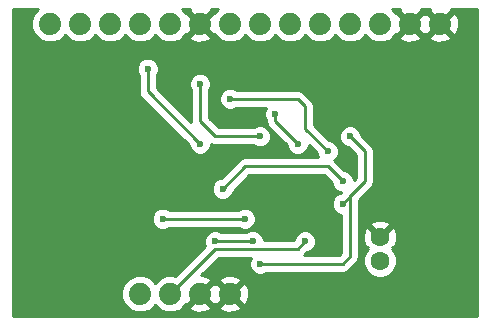
<source format=gbl>
G04 #@! TF.FileFunction,Copper,L2,Bot,Signal*
%FSLAX46Y46*%
G04 Gerber Fmt 4.6, Leading zero omitted, Abs format (unit mm)*
G04 Created by KiCad (PCBNEW 4.0.6) date Monday, December 04, 2017 'PMt' 08:22:42 PM*
%MOMM*%
%LPD*%
G01*
G04 APERTURE LIST*
%ADD10C,0.100000*%
%ADD11C,1.597660*%
%ADD12C,1.879600*%
%ADD13C,0.600000*%
%ADD14C,0.250000*%
%ADD15C,0.254000*%
G04 APERTURE END LIST*
D10*
D11*
X177800000Y-129176780D03*
X177800000Y-131173220D03*
D12*
X165100000Y-111125000D03*
X167640000Y-111125000D03*
X170180000Y-111125000D03*
X172720000Y-111125000D03*
X175260000Y-111125000D03*
X177800000Y-111125000D03*
X180340000Y-111125000D03*
X182880000Y-111125000D03*
X149860000Y-111125000D03*
X152400000Y-111125000D03*
X154940000Y-111125000D03*
X157480000Y-111125000D03*
X160020000Y-111125000D03*
X162560000Y-111125000D03*
X157480000Y-133985000D03*
X160020000Y-133985000D03*
X162560000Y-133985000D03*
X165100000Y-133985000D03*
D13*
X165100000Y-117475000D03*
X173355000Y-121920000D03*
X152400000Y-125730000D03*
X172720000Y-129540000D03*
X170040000Y-126505000D03*
X170040000Y-124955000D03*
X171590000Y-124955000D03*
X171590000Y-126505000D03*
X178435000Y-116840000D03*
X173355000Y-116840000D03*
X167640000Y-116205000D03*
X168910000Y-118745000D03*
X170815000Y-121285000D03*
X164465000Y-125095000D03*
X174625000Y-124460000D03*
X159385000Y-127635000D03*
X166370000Y-127635000D03*
X167640000Y-131445000D03*
X175260000Y-120650000D03*
X174625000Y-126365000D03*
X163830000Y-129540000D03*
X167005000Y-129540000D03*
X171450000Y-129540000D03*
X158115000Y-114935000D03*
X162560000Y-121285000D03*
X162560000Y-116205000D03*
X167640000Y-120650000D03*
D14*
X170815000Y-117475000D02*
X165100000Y-117475000D01*
X171450000Y-118110000D02*
X170815000Y-117475000D01*
X171450000Y-120015000D02*
X171450000Y-118110000D01*
X173355000Y-121920000D02*
X171450000Y-120015000D01*
X170040000Y-126505000D02*
X170180000Y-126365000D01*
X170040000Y-124955000D02*
X170180000Y-125095000D01*
X171590000Y-124955000D02*
X171450000Y-125095000D01*
X171590000Y-126505000D02*
X171450000Y-126365000D01*
X167640000Y-116205000D02*
X168275000Y-116205000D01*
X168910000Y-119380000D02*
X168910000Y-118745000D01*
X170815000Y-121285000D02*
X168910000Y-119380000D01*
X166370000Y-123190000D02*
X164465000Y-125095000D01*
X173355000Y-123190000D02*
X166370000Y-123190000D01*
X174625000Y-124460000D02*
X173355000Y-123190000D01*
X166370000Y-127635000D02*
X159385000Y-127635000D01*
X175260000Y-130810000D02*
X175260000Y-125730000D01*
X174625000Y-131445000D02*
X175260000Y-130810000D01*
X167640000Y-131445000D02*
X174625000Y-131445000D01*
X176530000Y-124460000D02*
X175260000Y-125730000D01*
X176530000Y-121920000D02*
X176530000Y-124460000D01*
X175260000Y-120650000D02*
X176530000Y-121920000D01*
X175260000Y-125730000D02*
X174625000Y-126365000D01*
X163830000Y-129540000D02*
X167005000Y-129540000D01*
X163830000Y-130175000D02*
X160020000Y-133985000D01*
X170815000Y-130175000D02*
X163830000Y-130175000D01*
X171450000Y-129540000D02*
X170815000Y-130175000D01*
X158115000Y-116840000D02*
X158115000Y-114935000D01*
X162560000Y-121285000D02*
X158115000Y-116840000D01*
X162560000Y-119380000D02*
X162560000Y-116205000D01*
X163830000Y-120650000D02*
X162560000Y-119380000D01*
X167640000Y-120650000D02*
X163830000Y-120650000D01*
D15*
G36*
X148525728Y-110231783D02*
X148285474Y-110810379D01*
X148284927Y-111436873D01*
X148524171Y-112015887D01*
X148966783Y-112459272D01*
X149545379Y-112699526D01*
X150171873Y-112700073D01*
X150750887Y-112460829D01*
X151130273Y-112082104D01*
X151506783Y-112459272D01*
X152085379Y-112699526D01*
X152711873Y-112700073D01*
X153290887Y-112460829D01*
X153670273Y-112082104D01*
X154046783Y-112459272D01*
X154625379Y-112699526D01*
X155251873Y-112700073D01*
X155830887Y-112460829D01*
X156210273Y-112082104D01*
X156586783Y-112459272D01*
X157165379Y-112699526D01*
X157791873Y-112700073D01*
X158370887Y-112460829D01*
X158750273Y-112082104D01*
X159126783Y-112459272D01*
X159705379Y-112699526D01*
X160331873Y-112700073D01*
X160910887Y-112460829D01*
X161138144Y-112233968D01*
X161630637Y-112233968D01*
X161721923Y-112494580D01*
X162309833Y-112711045D01*
X162935828Y-112686049D01*
X163398077Y-112494580D01*
X163489363Y-112233968D01*
X162560000Y-111304605D01*
X161630637Y-112233968D01*
X161138144Y-112233968D01*
X161352601Y-112019885D01*
X161451032Y-112054363D01*
X162380395Y-111125000D01*
X161451032Y-110195637D01*
X161352036Y-110230313D01*
X161027290Y-109905000D01*
X161669529Y-109905000D01*
X161630637Y-110016032D01*
X162560000Y-110945395D01*
X163489363Y-110016032D01*
X163450471Y-109905000D01*
X164093082Y-109905000D01*
X163767399Y-110230115D01*
X163668968Y-110195637D01*
X162739605Y-111125000D01*
X163668968Y-112054363D01*
X163767964Y-112019687D01*
X164206783Y-112459272D01*
X164785379Y-112699526D01*
X165411873Y-112700073D01*
X165990887Y-112460829D01*
X166370273Y-112082104D01*
X166746783Y-112459272D01*
X167325379Y-112699526D01*
X167951873Y-112700073D01*
X168530887Y-112460829D01*
X168910273Y-112082104D01*
X169286783Y-112459272D01*
X169865379Y-112699526D01*
X170491873Y-112700073D01*
X171070887Y-112460829D01*
X171450273Y-112082104D01*
X171826783Y-112459272D01*
X172405379Y-112699526D01*
X173031873Y-112700073D01*
X173610887Y-112460829D01*
X173990273Y-112082104D01*
X174366783Y-112459272D01*
X174945379Y-112699526D01*
X175571873Y-112700073D01*
X176150887Y-112460829D01*
X176530273Y-112082104D01*
X176906783Y-112459272D01*
X177485379Y-112699526D01*
X178111873Y-112700073D01*
X178690887Y-112460829D01*
X178918144Y-112233968D01*
X179410637Y-112233968D01*
X179501923Y-112494580D01*
X180089833Y-112711045D01*
X180715828Y-112686049D01*
X181178077Y-112494580D01*
X181269363Y-112233968D01*
X181950637Y-112233968D01*
X182041923Y-112494580D01*
X182629833Y-112711045D01*
X183255828Y-112686049D01*
X183718077Y-112494580D01*
X183809363Y-112233968D01*
X182880000Y-111304605D01*
X181950637Y-112233968D01*
X181269363Y-112233968D01*
X180340000Y-111304605D01*
X179410637Y-112233968D01*
X178918144Y-112233968D01*
X179132601Y-112019885D01*
X179231032Y-112054363D01*
X180160395Y-111125000D01*
X180519605Y-111125000D01*
X181448968Y-112054363D01*
X181610000Y-111997957D01*
X181771032Y-112054363D01*
X182700395Y-111125000D01*
X183059605Y-111125000D01*
X183988968Y-112054363D01*
X184249580Y-111963077D01*
X184466045Y-111375167D01*
X184441049Y-110749172D01*
X184249580Y-110286923D01*
X183988968Y-110195637D01*
X183059605Y-111125000D01*
X182700395Y-111125000D01*
X181771032Y-110195637D01*
X181610000Y-110252043D01*
X181448968Y-110195637D01*
X180519605Y-111125000D01*
X180160395Y-111125000D01*
X179231032Y-110195637D01*
X179132036Y-110230313D01*
X178807290Y-109905000D01*
X179449529Y-109905000D01*
X179410637Y-110016032D01*
X180340000Y-110945395D01*
X181269363Y-110016032D01*
X181230471Y-109905000D01*
X181989529Y-109905000D01*
X181950637Y-110016032D01*
X182880000Y-110945395D01*
X183809363Y-110016032D01*
X183770471Y-109905000D01*
X186005000Y-109905000D01*
X186005000Y-135840000D01*
X146735000Y-135840000D01*
X146735000Y-134296873D01*
X155904927Y-134296873D01*
X156144171Y-134875887D01*
X156586783Y-135319272D01*
X157165379Y-135559526D01*
X157791873Y-135560073D01*
X158370887Y-135320829D01*
X158750273Y-134942104D01*
X159126783Y-135319272D01*
X159705379Y-135559526D01*
X160331873Y-135560073D01*
X160910887Y-135320829D01*
X161138144Y-135093968D01*
X161630637Y-135093968D01*
X161721923Y-135354580D01*
X162309833Y-135571045D01*
X162935828Y-135546049D01*
X163398077Y-135354580D01*
X163489363Y-135093968D01*
X164170637Y-135093968D01*
X164261923Y-135354580D01*
X164849833Y-135571045D01*
X165475828Y-135546049D01*
X165938077Y-135354580D01*
X166029363Y-135093968D01*
X165100000Y-134164605D01*
X164170637Y-135093968D01*
X163489363Y-135093968D01*
X162560000Y-134164605D01*
X161630637Y-135093968D01*
X161138144Y-135093968D01*
X161352601Y-134879885D01*
X161451032Y-134914363D01*
X162380395Y-133985000D01*
X162739605Y-133985000D01*
X163668968Y-134914363D01*
X163830000Y-134857957D01*
X163991032Y-134914363D01*
X164920395Y-133985000D01*
X165279605Y-133985000D01*
X166208968Y-134914363D01*
X166469580Y-134823077D01*
X166686045Y-134235167D01*
X166661049Y-133609172D01*
X166469580Y-133146923D01*
X166208968Y-133055637D01*
X165279605Y-133985000D01*
X164920395Y-133985000D01*
X163991032Y-133055637D01*
X163830000Y-133112043D01*
X163668968Y-133055637D01*
X162739605Y-133985000D01*
X162380395Y-133985000D01*
X162366253Y-133970858D01*
X162545858Y-133791253D01*
X162560000Y-133805395D01*
X163489363Y-132876032D01*
X164170637Y-132876032D01*
X165100000Y-133805395D01*
X166029363Y-132876032D01*
X165938077Y-132615420D01*
X165350167Y-132398955D01*
X164724172Y-132423951D01*
X164261923Y-132615420D01*
X164170637Y-132876032D01*
X163489363Y-132876032D01*
X163398077Y-132615420D01*
X162810167Y-132398955D01*
X162675468Y-132404334D01*
X164144802Y-130935000D01*
X166839367Y-130935000D01*
X166705162Y-131258201D01*
X166704838Y-131630167D01*
X166846883Y-131973943D01*
X167109673Y-132237192D01*
X167453201Y-132379838D01*
X167825167Y-132380162D01*
X168168943Y-132238117D01*
X168202118Y-132205000D01*
X174625000Y-132205000D01*
X174915839Y-132147148D01*
X175162401Y-131982401D01*
X175797401Y-131347401D01*
X175962148Y-131100839D01*
X176020000Y-130810000D01*
X176020000Y-128960282D01*
X176354200Y-128960282D01*
X176381404Y-129530046D01*
X176547105Y-129930081D01*
X176793101Y-130004071D01*
X176678222Y-130118950D01*
X176752345Y-130193073D01*
X176585167Y-130359960D01*
X176366420Y-130886762D01*
X176365922Y-131457175D01*
X176583750Y-131984358D01*
X176986740Y-132388053D01*
X177513542Y-132606800D01*
X178083955Y-132607298D01*
X178611138Y-132389470D01*
X179014833Y-131986480D01*
X179233580Y-131459678D01*
X179234078Y-130889265D01*
X179016250Y-130362082D01*
X178847596Y-130193132D01*
X178921778Y-130118950D01*
X178806899Y-130004071D01*
X179052895Y-129930081D01*
X179245800Y-129393278D01*
X179218596Y-128823514D01*
X179052895Y-128423479D01*
X178806897Y-128349488D01*
X177979605Y-129176780D01*
X177993748Y-129190923D01*
X177814143Y-129370528D01*
X177800000Y-129356385D01*
X177785858Y-129370528D01*
X177606253Y-129190923D01*
X177620395Y-129176780D01*
X176793103Y-128349488D01*
X176547105Y-128423479D01*
X176354200Y-128960282D01*
X176020000Y-128960282D01*
X176020000Y-128169883D01*
X176972708Y-128169883D01*
X177800000Y-128997175D01*
X178627292Y-128169883D01*
X178553301Y-127923885D01*
X178016498Y-127730980D01*
X177446734Y-127758184D01*
X177046699Y-127923885D01*
X176972708Y-128169883D01*
X176020000Y-128169883D01*
X176020000Y-126044802D01*
X177067401Y-124997401D01*
X177232148Y-124750840D01*
X177290000Y-124460000D01*
X177290000Y-121920000D01*
X177232148Y-121629161D01*
X177232148Y-121629160D01*
X177067401Y-121382599D01*
X176195122Y-120510320D01*
X176195162Y-120464833D01*
X176053117Y-120121057D01*
X175790327Y-119857808D01*
X175446799Y-119715162D01*
X175074833Y-119714838D01*
X174731057Y-119856883D01*
X174467808Y-120119673D01*
X174325162Y-120463201D01*
X174324838Y-120835167D01*
X174466883Y-121178943D01*
X174729673Y-121442192D01*
X175073201Y-121584838D01*
X175120077Y-121584879D01*
X175770000Y-122234802D01*
X175770000Y-124145198D01*
X175560092Y-124355106D01*
X175560162Y-124274833D01*
X175418117Y-123931057D01*
X175155327Y-123667808D01*
X174811799Y-123525162D01*
X174764923Y-123525121D01*
X173918461Y-122678659D01*
X174147192Y-122450327D01*
X174289838Y-122106799D01*
X174290162Y-121734833D01*
X174148117Y-121391057D01*
X173885327Y-121127808D01*
X173541799Y-120985162D01*
X173494923Y-120985121D01*
X172210000Y-119700198D01*
X172210000Y-118110000D01*
X172152148Y-117819161D01*
X171987401Y-117572599D01*
X171352401Y-116937599D01*
X171105839Y-116772852D01*
X170815000Y-116715000D01*
X165662463Y-116715000D01*
X165630327Y-116682808D01*
X165286799Y-116540162D01*
X164914833Y-116539838D01*
X164571057Y-116681883D01*
X164307808Y-116944673D01*
X164165162Y-117288201D01*
X164164838Y-117660167D01*
X164306883Y-118003943D01*
X164569673Y-118267192D01*
X164913201Y-118409838D01*
X165285167Y-118410162D01*
X165628943Y-118268117D01*
X165662118Y-118235000D01*
X168109367Y-118235000D01*
X167975162Y-118558201D01*
X167974838Y-118930167D01*
X168116883Y-119273943D01*
X168150000Y-119307118D01*
X168150000Y-119380000D01*
X168207852Y-119670839D01*
X168372599Y-119917401D01*
X169879878Y-121424680D01*
X169879838Y-121470167D01*
X170021883Y-121813943D01*
X170284673Y-122077192D01*
X170628201Y-122219838D01*
X171000167Y-122220162D01*
X171343943Y-122078117D01*
X171607192Y-121815327D01*
X171749838Y-121471799D01*
X171749910Y-121389712D01*
X172419878Y-122059680D01*
X172419838Y-122105167D01*
X172554056Y-122430000D01*
X166370000Y-122430000D01*
X166079161Y-122487852D01*
X165832599Y-122652599D01*
X164325320Y-124159878D01*
X164279833Y-124159838D01*
X163936057Y-124301883D01*
X163672808Y-124564673D01*
X163530162Y-124908201D01*
X163529838Y-125280167D01*
X163671883Y-125623943D01*
X163934673Y-125887192D01*
X164278201Y-126029838D01*
X164650167Y-126030162D01*
X164993943Y-125888117D01*
X165257192Y-125625327D01*
X165399838Y-125281799D01*
X165399879Y-125234923D01*
X166684802Y-123950000D01*
X173040198Y-123950000D01*
X173689878Y-124599680D01*
X173689838Y-124645167D01*
X173831883Y-124988943D01*
X174094673Y-125252192D01*
X174438201Y-125394838D01*
X174520288Y-125394910D01*
X174485320Y-125429878D01*
X174439833Y-125429838D01*
X174096057Y-125571883D01*
X173832808Y-125834673D01*
X173690162Y-126178201D01*
X173689838Y-126550167D01*
X173831883Y-126893943D01*
X174094673Y-127157192D01*
X174438201Y-127299838D01*
X174500000Y-127299892D01*
X174500000Y-130495198D01*
X174310198Y-130685000D01*
X171379802Y-130685000D01*
X171589680Y-130475122D01*
X171635167Y-130475162D01*
X171978943Y-130333117D01*
X172242192Y-130070327D01*
X172384838Y-129726799D01*
X172385162Y-129354833D01*
X172243117Y-129011057D01*
X171980327Y-128747808D01*
X171636799Y-128605162D01*
X171264833Y-128604838D01*
X170921057Y-128746883D01*
X170657808Y-129009673D01*
X170515162Y-129353201D01*
X170515121Y-129400077D01*
X170500198Y-129415000D01*
X167940110Y-129415000D01*
X167940162Y-129354833D01*
X167798117Y-129011057D01*
X167535327Y-128747808D01*
X167191799Y-128605162D01*
X166819833Y-128604838D01*
X166476057Y-128746883D01*
X166442882Y-128780000D01*
X164392463Y-128780000D01*
X164360327Y-128747808D01*
X164016799Y-128605162D01*
X163644833Y-128604838D01*
X163301057Y-128746883D01*
X163037808Y-129009673D01*
X162895162Y-129353201D01*
X162894838Y-129725167D01*
X162985533Y-129944665D01*
X160465414Y-132464784D01*
X160334621Y-132410474D01*
X159708127Y-132409927D01*
X159129113Y-132649171D01*
X158749727Y-133027896D01*
X158373217Y-132650728D01*
X157794621Y-132410474D01*
X157168127Y-132409927D01*
X156589113Y-132649171D01*
X156145728Y-133091783D01*
X155905474Y-133670379D01*
X155904927Y-134296873D01*
X146735000Y-134296873D01*
X146735000Y-127820167D01*
X158449838Y-127820167D01*
X158591883Y-128163943D01*
X158854673Y-128427192D01*
X159198201Y-128569838D01*
X159570167Y-128570162D01*
X159913943Y-128428117D01*
X159947118Y-128395000D01*
X165807537Y-128395000D01*
X165839673Y-128427192D01*
X166183201Y-128569838D01*
X166555167Y-128570162D01*
X166898943Y-128428117D01*
X167162192Y-128165327D01*
X167304838Y-127821799D01*
X167305162Y-127449833D01*
X167163117Y-127106057D01*
X166900327Y-126842808D01*
X166556799Y-126700162D01*
X166184833Y-126699838D01*
X165841057Y-126841883D01*
X165807882Y-126875000D01*
X159947463Y-126875000D01*
X159915327Y-126842808D01*
X159571799Y-126700162D01*
X159199833Y-126699838D01*
X158856057Y-126841883D01*
X158592808Y-127104673D01*
X158450162Y-127448201D01*
X158449838Y-127820167D01*
X146735000Y-127820167D01*
X146735000Y-115120167D01*
X157179838Y-115120167D01*
X157321883Y-115463943D01*
X157355000Y-115497118D01*
X157355000Y-116840000D01*
X157412852Y-117130839D01*
X157577599Y-117377401D01*
X161624878Y-121424680D01*
X161624838Y-121470167D01*
X161766883Y-121813943D01*
X162029673Y-122077192D01*
X162373201Y-122219838D01*
X162745167Y-122220162D01*
X163088943Y-122078117D01*
X163352192Y-121815327D01*
X163494838Y-121471799D01*
X163494968Y-121322620D01*
X163539160Y-121352148D01*
X163830000Y-121410000D01*
X167077537Y-121410000D01*
X167109673Y-121442192D01*
X167453201Y-121584838D01*
X167825167Y-121585162D01*
X168168943Y-121443117D01*
X168432192Y-121180327D01*
X168574838Y-120836799D01*
X168575162Y-120464833D01*
X168433117Y-120121057D01*
X168170327Y-119857808D01*
X167826799Y-119715162D01*
X167454833Y-119714838D01*
X167111057Y-119856883D01*
X167077882Y-119890000D01*
X164144802Y-119890000D01*
X163320000Y-119065198D01*
X163320000Y-116767463D01*
X163352192Y-116735327D01*
X163494838Y-116391799D01*
X163495162Y-116019833D01*
X163353117Y-115676057D01*
X163090327Y-115412808D01*
X162746799Y-115270162D01*
X162374833Y-115269838D01*
X162031057Y-115411883D01*
X161767808Y-115674673D01*
X161625162Y-116018201D01*
X161624838Y-116390167D01*
X161766883Y-116733943D01*
X161800000Y-116767118D01*
X161800000Y-119380000D01*
X161817431Y-119467629D01*
X158875000Y-116525198D01*
X158875000Y-115497463D01*
X158907192Y-115465327D01*
X159049838Y-115121799D01*
X159050162Y-114749833D01*
X158908117Y-114406057D01*
X158645327Y-114142808D01*
X158301799Y-114000162D01*
X157929833Y-113999838D01*
X157586057Y-114141883D01*
X157322808Y-114404673D01*
X157180162Y-114748201D01*
X157179838Y-115120167D01*
X146735000Y-115120167D01*
X146735000Y-109905000D01*
X148853082Y-109905000D01*
X148525728Y-110231783D01*
X148525728Y-110231783D01*
G37*
X148525728Y-110231783D02*
X148285474Y-110810379D01*
X148284927Y-111436873D01*
X148524171Y-112015887D01*
X148966783Y-112459272D01*
X149545379Y-112699526D01*
X150171873Y-112700073D01*
X150750887Y-112460829D01*
X151130273Y-112082104D01*
X151506783Y-112459272D01*
X152085379Y-112699526D01*
X152711873Y-112700073D01*
X153290887Y-112460829D01*
X153670273Y-112082104D01*
X154046783Y-112459272D01*
X154625379Y-112699526D01*
X155251873Y-112700073D01*
X155830887Y-112460829D01*
X156210273Y-112082104D01*
X156586783Y-112459272D01*
X157165379Y-112699526D01*
X157791873Y-112700073D01*
X158370887Y-112460829D01*
X158750273Y-112082104D01*
X159126783Y-112459272D01*
X159705379Y-112699526D01*
X160331873Y-112700073D01*
X160910887Y-112460829D01*
X161138144Y-112233968D01*
X161630637Y-112233968D01*
X161721923Y-112494580D01*
X162309833Y-112711045D01*
X162935828Y-112686049D01*
X163398077Y-112494580D01*
X163489363Y-112233968D01*
X162560000Y-111304605D01*
X161630637Y-112233968D01*
X161138144Y-112233968D01*
X161352601Y-112019885D01*
X161451032Y-112054363D01*
X162380395Y-111125000D01*
X161451032Y-110195637D01*
X161352036Y-110230313D01*
X161027290Y-109905000D01*
X161669529Y-109905000D01*
X161630637Y-110016032D01*
X162560000Y-110945395D01*
X163489363Y-110016032D01*
X163450471Y-109905000D01*
X164093082Y-109905000D01*
X163767399Y-110230115D01*
X163668968Y-110195637D01*
X162739605Y-111125000D01*
X163668968Y-112054363D01*
X163767964Y-112019687D01*
X164206783Y-112459272D01*
X164785379Y-112699526D01*
X165411873Y-112700073D01*
X165990887Y-112460829D01*
X166370273Y-112082104D01*
X166746783Y-112459272D01*
X167325379Y-112699526D01*
X167951873Y-112700073D01*
X168530887Y-112460829D01*
X168910273Y-112082104D01*
X169286783Y-112459272D01*
X169865379Y-112699526D01*
X170491873Y-112700073D01*
X171070887Y-112460829D01*
X171450273Y-112082104D01*
X171826783Y-112459272D01*
X172405379Y-112699526D01*
X173031873Y-112700073D01*
X173610887Y-112460829D01*
X173990273Y-112082104D01*
X174366783Y-112459272D01*
X174945379Y-112699526D01*
X175571873Y-112700073D01*
X176150887Y-112460829D01*
X176530273Y-112082104D01*
X176906783Y-112459272D01*
X177485379Y-112699526D01*
X178111873Y-112700073D01*
X178690887Y-112460829D01*
X178918144Y-112233968D01*
X179410637Y-112233968D01*
X179501923Y-112494580D01*
X180089833Y-112711045D01*
X180715828Y-112686049D01*
X181178077Y-112494580D01*
X181269363Y-112233968D01*
X181950637Y-112233968D01*
X182041923Y-112494580D01*
X182629833Y-112711045D01*
X183255828Y-112686049D01*
X183718077Y-112494580D01*
X183809363Y-112233968D01*
X182880000Y-111304605D01*
X181950637Y-112233968D01*
X181269363Y-112233968D01*
X180340000Y-111304605D01*
X179410637Y-112233968D01*
X178918144Y-112233968D01*
X179132601Y-112019885D01*
X179231032Y-112054363D01*
X180160395Y-111125000D01*
X180519605Y-111125000D01*
X181448968Y-112054363D01*
X181610000Y-111997957D01*
X181771032Y-112054363D01*
X182700395Y-111125000D01*
X183059605Y-111125000D01*
X183988968Y-112054363D01*
X184249580Y-111963077D01*
X184466045Y-111375167D01*
X184441049Y-110749172D01*
X184249580Y-110286923D01*
X183988968Y-110195637D01*
X183059605Y-111125000D01*
X182700395Y-111125000D01*
X181771032Y-110195637D01*
X181610000Y-110252043D01*
X181448968Y-110195637D01*
X180519605Y-111125000D01*
X180160395Y-111125000D01*
X179231032Y-110195637D01*
X179132036Y-110230313D01*
X178807290Y-109905000D01*
X179449529Y-109905000D01*
X179410637Y-110016032D01*
X180340000Y-110945395D01*
X181269363Y-110016032D01*
X181230471Y-109905000D01*
X181989529Y-109905000D01*
X181950637Y-110016032D01*
X182880000Y-110945395D01*
X183809363Y-110016032D01*
X183770471Y-109905000D01*
X186005000Y-109905000D01*
X186005000Y-135840000D01*
X146735000Y-135840000D01*
X146735000Y-134296873D01*
X155904927Y-134296873D01*
X156144171Y-134875887D01*
X156586783Y-135319272D01*
X157165379Y-135559526D01*
X157791873Y-135560073D01*
X158370887Y-135320829D01*
X158750273Y-134942104D01*
X159126783Y-135319272D01*
X159705379Y-135559526D01*
X160331873Y-135560073D01*
X160910887Y-135320829D01*
X161138144Y-135093968D01*
X161630637Y-135093968D01*
X161721923Y-135354580D01*
X162309833Y-135571045D01*
X162935828Y-135546049D01*
X163398077Y-135354580D01*
X163489363Y-135093968D01*
X164170637Y-135093968D01*
X164261923Y-135354580D01*
X164849833Y-135571045D01*
X165475828Y-135546049D01*
X165938077Y-135354580D01*
X166029363Y-135093968D01*
X165100000Y-134164605D01*
X164170637Y-135093968D01*
X163489363Y-135093968D01*
X162560000Y-134164605D01*
X161630637Y-135093968D01*
X161138144Y-135093968D01*
X161352601Y-134879885D01*
X161451032Y-134914363D01*
X162380395Y-133985000D01*
X162739605Y-133985000D01*
X163668968Y-134914363D01*
X163830000Y-134857957D01*
X163991032Y-134914363D01*
X164920395Y-133985000D01*
X165279605Y-133985000D01*
X166208968Y-134914363D01*
X166469580Y-134823077D01*
X166686045Y-134235167D01*
X166661049Y-133609172D01*
X166469580Y-133146923D01*
X166208968Y-133055637D01*
X165279605Y-133985000D01*
X164920395Y-133985000D01*
X163991032Y-133055637D01*
X163830000Y-133112043D01*
X163668968Y-133055637D01*
X162739605Y-133985000D01*
X162380395Y-133985000D01*
X162366253Y-133970858D01*
X162545858Y-133791253D01*
X162560000Y-133805395D01*
X163489363Y-132876032D01*
X164170637Y-132876032D01*
X165100000Y-133805395D01*
X166029363Y-132876032D01*
X165938077Y-132615420D01*
X165350167Y-132398955D01*
X164724172Y-132423951D01*
X164261923Y-132615420D01*
X164170637Y-132876032D01*
X163489363Y-132876032D01*
X163398077Y-132615420D01*
X162810167Y-132398955D01*
X162675468Y-132404334D01*
X164144802Y-130935000D01*
X166839367Y-130935000D01*
X166705162Y-131258201D01*
X166704838Y-131630167D01*
X166846883Y-131973943D01*
X167109673Y-132237192D01*
X167453201Y-132379838D01*
X167825167Y-132380162D01*
X168168943Y-132238117D01*
X168202118Y-132205000D01*
X174625000Y-132205000D01*
X174915839Y-132147148D01*
X175162401Y-131982401D01*
X175797401Y-131347401D01*
X175962148Y-131100839D01*
X176020000Y-130810000D01*
X176020000Y-128960282D01*
X176354200Y-128960282D01*
X176381404Y-129530046D01*
X176547105Y-129930081D01*
X176793101Y-130004071D01*
X176678222Y-130118950D01*
X176752345Y-130193073D01*
X176585167Y-130359960D01*
X176366420Y-130886762D01*
X176365922Y-131457175D01*
X176583750Y-131984358D01*
X176986740Y-132388053D01*
X177513542Y-132606800D01*
X178083955Y-132607298D01*
X178611138Y-132389470D01*
X179014833Y-131986480D01*
X179233580Y-131459678D01*
X179234078Y-130889265D01*
X179016250Y-130362082D01*
X178847596Y-130193132D01*
X178921778Y-130118950D01*
X178806899Y-130004071D01*
X179052895Y-129930081D01*
X179245800Y-129393278D01*
X179218596Y-128823514D01*
X179052895Y-128423479D01*
X178806897Y-128349488D01*
X177979605Y-129176780D01*
X177993748Y-129190923D01*
X177814143Y-129370528D01*
X177800000Y-129356385D01*
X177785858Y-129370528D01*
X177606253Y-129190923D01*
X177620395Y-129176780D01*
X176793103Y-128349488D01*
X176547105Y-128423479D01*
X176354200Y-128960282D01*
X176020000Y-128960282D01*
X176020000Y-128169883D01*
X176972708Y-128169883D01*
X177800000Y-128997175D01*
X178627292Y-128169883D01*
X178553301Y-127923885D01*
X178016498Y-127730980D01*
X177446734Y-127758184D01*
X177046699Y-127923885D01*
X176972708Y-128169883D01*
X176020000Y-128169883D01*
X176020000Y-126044802D01*
X177067401Y-124997401D01*
X177232148Y-124750840D01*
X177290000Y-124460000D01*
X177290000Y-121920000D01*
X177232148Y-121629161D01*
X177232148Y-121629160D01*
X177067401Y-121382599D01*
X176195122Y-120510320D01*
X176195162Y-120464833D01*
X176053117Y-120121057D01*
X175790327Y-119857808D01*
X175446799Y-119715162D01*
X175074833Y-119714838D01*
X174731057Y-119856883D01*
X174467808Y-120119673D01*
X174325162Y-120463201D01*
X174324838Y-120835167D01*
X174466883Y-121178943D01*
X174729673Y-121442192D01*
X175073201Y-121584838D01*
X175120077Y-121584879D01*
X175770000Y-122234802D01*
X175770000Y-124145198D01*
X175560092Y-124355106D01*
X175560162Y-124274833D01*
X175418117Y-123931057D01*
X175155327Y-123667808D01*
X174811799Y-123525162D01*
X174764923Y-123525121D01*
X173918461Y-122678659D01*
X174147192Y-122450327D01*
X174289838Y-122106799D01*
X174290162Y-121734833D01*
X174148117Y-121391057D01*
X173885327Y-121127808D01*
X173541799Y-120985162D01*
X173494923Y-120985121D01*
X172210000Y-119700198D01*
X172210000Y-118110000D01*
X172152148Y-117819161D01*
X171987401Y-117572599D01*
X171352401Y-116937599D01*
X171105839Y-116772852D01*
X170815000Y-116715000D01*
X165662463Y-116715000D01*
X165630327Y-116682808D01*
X165286799Y-116540162D01*
X164914833Y-116539838D01*
X164571057Y-116681883D01*
X164307808Y-116944673D01*
X164165162Y-117288201D01*
X164164838Y-117660167D01*
X164306883Y-118003943D01*
X164569673Y-118267192D01*
X164913201Y-118409838D01*
X165285167Y-118410162D01*
X165628943Y-118268117D01*
X165662118Y-118235000D01*
X168109367Y-118235000D01*
X167975162Y-118558201D01*
X167974838Y-118930167D01*
X168116883Y-119273943D01*
X168150000Y-119307118D01*
X168150000Y-119380000D01*
X168207852Y-119670839D01*
X168372599Y-119917401D01*
X169879878Y-121424680D01*
X169879838Y-121470167D01*
X170021883Y-121813943D01*
X170284673Y-122077192D01*
X170628201Y-122219838D01*
X171000167Y-122220162D01*
X171343943Y-122078117D01*
X171607192Y-121815327D01*
X171749838Y-121471799D01*
X171749910Y-121389712D01*
X172419878Y-122059680D01*
X172419838Y-122105167D01*
X172554056Y-122430000D01*
X166370000Y-122430000D01*
X166079161Y-122487852D01*
X165832599Y-122652599D01*
X164325320Y-124159878D01*
X164279833Y-124159838D01*
X163936057Y-124301883D01*
X163672808Y-124564673D01*
X163530162Y-124908201D01*
X163529838Y-125280167D01*
X163671883Y-125623943D01*
X163934673Y-125887192D01*
X164278201Y-126029838D01*
X164650167Y-126030162D01*
X164993943Y-125888117D01*
X165257192Y-125625327D01*
X165399838Y-125281799D01*
X165399879Y-125234923D01*
X166684802Y-123950000D01*
X173040198Y-123950000D01*
X173689878Y-124599680D01*
X173689838Y-124645167D01*
X173831883Y-124988943D01*
X174094673Y-125252192D01*
X174438201Y-125394838D01*
X174520288Y-125394910D01*
X174485320Y-125429878D01*
X174439833Y-125429838D01*
X174096057Y-125571883D01*
X173832808Y-125834673D01*
X173690162Y-126178201D01*
X173689838Y-126550167D01*
X173831883Y-126893943D01*
X174094673Y-127157192D01*
X174438201Y-127299838D01*
X174500000Y-127299892D01*
X174500000Y-130495198D01*
X174310198Y-130685000D01*
X171379802Y-130685000D01*
X171589680Y-130475122D01*
X171635167Y-130475162D01*
X171978943Y-130333117D01*
X172242192Y-130070327D01*
X172384838Y-129726799D01*
X172385162Y-129354833D01*
X172243117Y-129011057D01*
X171980327Y-128747808D01*
X171636799Y-128605162D01*
X171264833Y-128604838D01*
X170921057Y-128746883D01*
X170657808Y-129009673D01*
X170515162Y-129353201D01*
X170515121Y-129400077D01*
X170500198Y-129415000D01*
X167940110Y-129415000D01*
X167940162Y-129354833D01*
X167798117Y-129011057D01*
X167535327Y-128747808D01*
X167191799Y-128605162D01*
X166819833Y-128604838D01*
X166476057Y-128746883D01*
X166442882Y-128780000D01*
X164392463Y-128780000D01*
X164360327Y-128747808D01*
X164016799Y-128605162D01*
X163644833Y-128604838D01*
X163301057Y-128746883D01*
X163037808Y-129009673D01*
X162895162Y-129353201D01*
X162894838Y-129725167D01*
X162985533Y-129944665D01*
X160465414Y-132464784D01*
X160334621Y-132410474D01*
X159708127Y-132409927D01*
X159129113Y-132649171D01*
X158749727Y-133027896D01*
X158373217Y-132650728D01*
X157794621Y-132410474D01*
X157168127Y-132409927D01*
X156589113Y-132649171D01*
X156145728Y-133091783D01*
X155905474Y-133670379D01*
X155904927Y-134296873D01*
X146735000Y-134296873D01*
X146735000Y-127820167D01*
X158449838Y-127820167D01*
X158591883Y-128163943D01*
X158854673Y-128427192D01*
X159198201Y-128569838D01*
X159570167Y-128570162D01*
X159913943Y-128428117D01*
X159947118Y-128395000D01*
X165807537Y-128395000D01*
X165839673Y-128427192D01*
X166183201Y-128569838D01*
X166555167Y-128570162D01*
X166898943Y-128428117D01*
X167162192Y-128165327D01*
X167304838Y-127821799D01*
X167305162Y-127449833D01*
X167163117Y-127106057D01*
X166900327Y-126842808D01*
X166556799Y-126700162D01*
X166184833Y-126699838D01*
X165841057Y-126841883D01*
X165807882Y-126875000D01*
X159947463Y-126875000D01*
X159915327Y-126842808D01*
X159571799Y-126700162D01*
X159199833Y-126699838D01*
X158856057Y-126841883D01*
X158592808Y-127104673D01*
X158450162Y-127448201D01*
X158449838Y-127820167D01*
X146735000Y-127820167D01*
X146735000Y-115120167D01*
X157179838Y-115120167D01*
X157321883Y-115463943D01*
X157355000Y-115497118D01*
X157355000Y-116840000D01*
X157412852Y-117130839D01*
X157577599Y-117377401D01*
X161624878Y-121424680D01*
X161624838Y-121470167D01*
X161766883Y-121813943D01*
X162029673Y-122077192D01*
X162373201Y-122219838D01*
X162745167Y-122220162D01*
X163088943Y-122078117D01*
X163352192Y-121815327D01*
X163494838Y-121471799D01*
X163494968Y-121322620D01*
X163539160Y-121352148D01*
X163830000Y-121410000D01*
X167077537Y-121410000D01*
X167109673Y-121442192D01*
X167453201Y-121584838D01*
X167825167Y-121585162D01*
X168168943Y-121443117D01*
X168432192Y-121180327D01*
X168574838Y-120836799D01*
X168575162Y-120464833D01*
X168433117Y-120121057D01*
X168170327Y-119857808D01*
X167826799Y-119715162D01*
X167454833Y-119714838D01*
X167111057Y-119856883D01*
X167077882Y-119890000D01*
X164144802Y-119890000D01*
X163320000Y-119065198D01*
X163320000Y-116767463D01*
X163352192Y-116735327D01*
X163494838Y-116391799D01*
X163495162Y-116019833D01*
X163353117Y-115676057D01*
X163090327Y-115412808D01*
X162746799Y-115270162D01*
X162374833Y-115269838D01*
X162031057Y-115411883D01*
X161767808Y-115674673D01*
X161625162Y-116018201D01*
X161624838Y-116390167D01*
X161766883Y-116733943D01*
X161800000Y-116767118D01*
X161800000Y-119380000D01*
X161817431Y-119467629D01*
X158875000Y-116525198D01*
X158875000Y-115497463D01*
X158907192Y-115465327D01*
X159049838Y-115121799D01*
X159050162Y-114749833D01*
X158908117Y-114406057D01*
X158645327Y-114142808D01*
X158301799Y-114000162D01*
X157929833Y-113999838D01*
X157586057Y-114141883D01*
X157322808Y-114404673D01*
X157180162Y-114748201D01*
X157179838Y-115120167D01*
X146735000Y-115120167D01*
X146735000Y-109905000D01*
X148853082Y-109905000D01*
X148525728Y-110231783D01*
M02*

</source>
